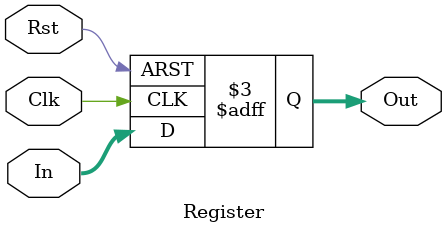
<source format=v>
module Register #(//Simple as it looks
	parameter databits = 8
	)(
	input Clk,Rst,
	input[(databits-1):0] In,
	output reg[(databits-1):0] Out
	);
	
	always @(posedge Clk or negedge Rst)begin
		if(~Rst)begin
			Out <= 1'b0;
		end
		else begin
			Out <= In;
		end
	end

endmodule 
</source>
